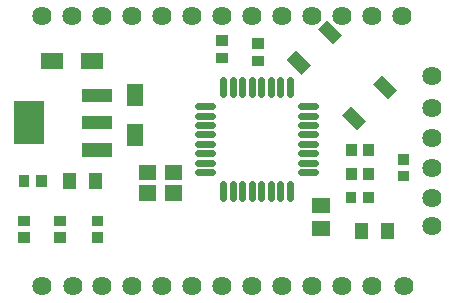
<source format=gts>
G04 Layer: TopSolderMaskLayer*
G04 EasyEDA v6.5.3, 2022-04-19 22:15:57*
G04 160cfc1a8d0c4c478010f6dc8366fd90,3d704182bbbd40308880d08212c7ad4d,10*
G04 Gerber Generator version 0.2*
G04 Scale: 100 percent, Rotated: No, Reflected: No *
G04 Dimensions in inches *
G04 leading zeros omitted , absolute positions ,3 integer and 6 decimal *
%FSLAX36Y36*%
%MOIN*%

%ADD31C,0.0217*%
%ADD44C,0.0640*%

%LPD*%
D31*
X1004759Y3086122D02*
G01*
X1004759Y3038877D01*
X1036260Y3086122D02*
G01*
X1036260Y3038877D01*
X1067759Y3086122D02*
G01*
X1067759Y3038877D01*
X1099250Y3086122D02*
G01*
X1099250Y3038877D01*
X1130749Y3086122D02*
G01*
X1130749Y3038877D01*
X1162240Y3086122D02*
G01*
X1162240Y3038877D01*
X1193739Y3086122D02*
G01*
X1193739Y3038877D01*
X1225240Y3086122D02*
G01*
X1225240Y3038877D01*
X1310622Y3000239D02*
G01*
X1263378Y3000239D01*
X1310622Y2968739D02*
G01*
X1263378Y2968739D01*
X1310622Y2937240D02*
G01*
X1263378Y2937240D01*
X1310622Y2905749D02*
G01*
X1263378Y2905749D01*
X1310622Y2874250D02*
G01*
X1263378Y2874250D01*
X1310622Y2842759D02*
G01*
X1263378Y2842759D01*
X1310622Y2811260D02*
G01*
X1263378Y2811260D01*
X1310622Y2779760D02*
G01*
X1263378Y2779760D01*
X1225240Y2741122D02*
G01*
X1225240Y2693877D01*
X1193739Y2741122D02*
G01*
X1193739Y2693877D01*
X1162240Y2741122D02*
G01*
X1162240Y2693877D01*
X1130749Y2741122D02*
G01*
X1130749Y2693877D01*
X1099250Y2741122D02*
G01*
X1099250Y2693877D01*
X1067759Y2741122D02*
G01*
X1067759Y2693877D01*
X1036260Y2741122D02*
G01*
X1036260Y2693877D01*
X1004759Y2741122D02*
G01*
X1004759Y2693877D01*
X966621Y2779760D02*
G01*
X919377Y2779760D01*
X966621Y2811260D02*
G01*
X919377Y2811260D01*
X966621Y2842759D02*
G01*
X919377Y2842759D01*
X966621Y2874250D02*
G01*
X919377Y2874250D01*
X966621Y2905749D02*
G01*
X919377Y2905749D01*
X966621Y2937240D02*
G01*
X919377Y2937240D01*
X966621Y2968739D02*
G01*
X919377Y2968739D01*
X966621Y3000239D02*
G01*
X919377Y3000239D01*
G36*
X322500Y2730999D02*
G01*
X322500Y2769000D01*
X358200Y2769000D01*
X358200Y2730999D01*
G37*
G36*
X381799Y2730999D02*
G01*
X381799Y2769000D01*
X417500Y2769000D01*
X417500Y2730999D01*
G37*
G36*
X529800Y3122500D02*
G01*
X529800Y3177500D01*
X603000Y3177500D01*
X603000Y3122500D01*
G37*
G36*
X396999Y3122500D02*
G01*
X396999Y3177500D01*
X470199Y3177500D01*
X470199Y3122500D01*
G37*
G36*
X682500Y2866999D02*
G01*
X682500Y2940200D01*
X737500Y2940200D01*
X737500Y2866999D01*
G37*
G36*
X682500Y2999800D02*
G01*
X682500Y3073000D01*
X737500Y3073000D01*
X737500Y2999800D01*
G37*
G36*
X320300Y2599800D02*
G01*
X320300Y2635300D01*
X359699Y2635300D01*
X359699Y2599800D01*
G37*
G36*
X320300Y2544699D02*
G01*
X320300Y2580200D01*
X359699Y2580200D01*
X359699Y2544699D01*
G37*
G36*
X440300Y2544699D02*
G01*
X440300Y2580200D01*
X479699Y2580200D01*
X479699Y2544699D01*
G37*
G36*
X440300Y2599800D02*
G01*
X440300Y2635300D01*
X479699Y2635300D01*
X479699Y2599800D01*
G37*
G36*
X565300Y2544699D02*
G01*
X565300Y2580200D01*
X604699Y2580200D01*
X604699Y2544699D01*
G37*
G36*
X565300Y2599800D02*
G01*
X565300Y2635300D01*
X604699Y2635300D01*
X604699Y2599800D01*
G37*
G36*
X1414700Y2835300D02*
G01*
X1414700Y2874699D01*
X1450200Y2874699D01*
X1450200Y2835300D01*
G37*
G36*
X1469799Y2835300D02*
G01*
X1469799Y2874699D01*
X1505299Y2874699D01*
X1505299Y2835300D01*
G37*
G36*
X1414700Y2755300D02*
G01*
X1414700Y2794699D01*
X1450200Y2794699D01*
X1450200Y2755300D01*
G37*
G36*
X1469799Y2755300D02*
G01*
X1469799Y2794699D01*
X1505299Y2794699D01*
X1505299Y2755300D01*
G37*
G36*
X1585299Y2749699D02*
G01*
X1585299Y2785200D01*
X1624700Y2785200D01*
X1624700Y2749699D01*
G37*
G36*
X1585299Y2804800D02*
G01*
X1585299Y2840300D01*
X1624700Y2840300D01*
X1624700Y2804800D01*
G37*
G36*
X470000Y2723400D02*
G01*
X470000Y2776599D01*
X513400Y2776599D01*
X513400Y2723400D01*
G37*
G36*
X556599Y2723400D02*
G01*
X556599Y2776599D01*
X600000Y2776599D01*
X600000Y2723400D01*
G37*
G36*
X1445000Y2558400D02*
G01*
X1445000Y2611599D01*
X1488400Y2611599D01*
X1488400Y2558400D01*
G37*
G36*
X1531599Y2558400D02*
G01*
X1531599Y2611599D01*
X1575000Y2611599D01*
X1575000Y2558400D01*
G37*
G36*
X981000Y3201799D02*
G01*
X981000Y3237500D01*
X1018999Y3237500D01*
X1018999Y3201799D01*
G37*
G36*
X981000Y3142500D02*
G01*
X981000Y3178200D01*
X1018999Y3178200D01*
X1018999Y3142500D01*
G37*
G36*
X1101000Y3191799D02*
G01*
X1101000Y3227500D01*
X1138999Y3227500D01*
X1138999Y3191799D01*
G37*
G36*
X1101000Y3132500D02*
G01*
X1101000Y3168200D01*
X1138999Y3168200D01*
X1138999Y3132500D01*
G37*
G36*
X1300900Y2643699D02*
G01*
X1300900Y2692300D01*
X1359099Y2692300D01*
X1359099Y2643699D01*
G37*
G36*
X1300900Y2567700D02*
G01*
X1300900Y2616300D01*
X1359099Y2616300D01*
X1359099Y2567700D01*
G37*
G36*
X1369399Y3207899D02*
G01*
X1319200Y3258099D01*
X1349899Y3288800D01*
X1400000Y3238600D01*
G37*
G36*
X1553100Y3024200D02*
G01*
X1503000Y3074400D01*
X1533599Y3105100D01*
X1583800Y3054899D01*
G37*
G36*
X1266400Y3104899D02*
G01*
X1216199Y3155100D01*
X1246899Y3185799D01*
X1296999Y3135599D01*
G37*
G36*
X1450100Y2921199D02*
G01*
X1399899Y2971399D01*
X1430600Y3001999D01*
X1480799Y2951900D01*
G37*
G36*
X531999Y2831799D02*
G01*
X531999Y2877100D01*
X633000Y2877100D01*
X633000Y2831799D01*
G37*
G36*
X531999Y2922300D02*
G01*
X531999Y2967700D01*
X633000Y2967700D01*
X633000Y2922300D01*
G37*
G36*
X531999Y3012899D02*
G01*
X531999Y3058200D01*
X633000Y3058200D01*
X633000Y3012899D01*
G37*
G36*
X306999Y2873299D02*
G01*
X306999Y3016700D01*
X408000Y3016700D01*
X408000Y2873299D01*
G37*
G36*
X722100Y2684899D02*
G01*
X722100Y2736199D01*
X781300Y2736199D01*
X781300Y2684899D01*
G37*
G36*
X808699Y2684899D02*
G01*
X808699Y2736199D01*
X867899Y2736199D01*
X867899Y2684899D01*
G37*
G36*
X808699Y2753800D02*
G01*
X808699Y2805100D01*
X867899Y2805100D01*
X867899Y2753800D01*
G37*
G36*
X722100Y2753800D02*
G01*
X722100Y2805100D01*
X781300Y2805100D01*
X781300Y2753800D01*
G37*
G36*
X1412500Y2675999D02*
G01*
X1412500Y2714000D01*
X1448199Y2714000D01*
X1448199Y2675999D01*
G37*
G36*
X1471800Y2675999D02*
G01*
X1471800Y2714000D01*
X1507500Y2714000D01*
X1507500Y2675999D01*
G37*
D44*
G01*
X400000Y3300000D03*
G01*
X500000Y3300000D03*
G01*
X600000Y3300000D03*
G01*
X700000Y3300000D03*
G01*
X800000Y3300000D03*
G01*
X900000Y3300000D03*
G01*
X1000000Y3300000D03*
G01*
X1100000Y3300000D03*
G01*
X1200000Y3300000D03*
G01*
X1300000Y3300000D03*
G01*
X1400000Y3300000D03*
G01*
X1500000Y3300000D03*
G01*
X1600000Y3300000D03*
G01*
X505000Y2400000D03*
G01*
X600000Y2400000D03*
G01*
X700000Y2400000D03*
G01*
X800000Y2400000D03*
G01*
X900000Y2400000D03*
G01*
X1000000Y2400000D03*
G01*
X1100000Y2400000D03*
G01*
X1200000Y2400000D03*
G01*
X1300000Y2400000D03*
G01*
X1400000Y2400000D03*
G01*
X1500000Y2400000D03*
G01*
X1605280Y2401579D03*
G01*
X1700000Y3100000D03*
G01*
X1701580Y2994720D03*
G01*
X1701580Y2894720D03*
G01*
X1701580Y2794720D03*
G01*
X1701580Y2694720D03*
G01*
X1700000Y2600000D03*
G01*
X400000Y2400000D03*
M02*

</source>
